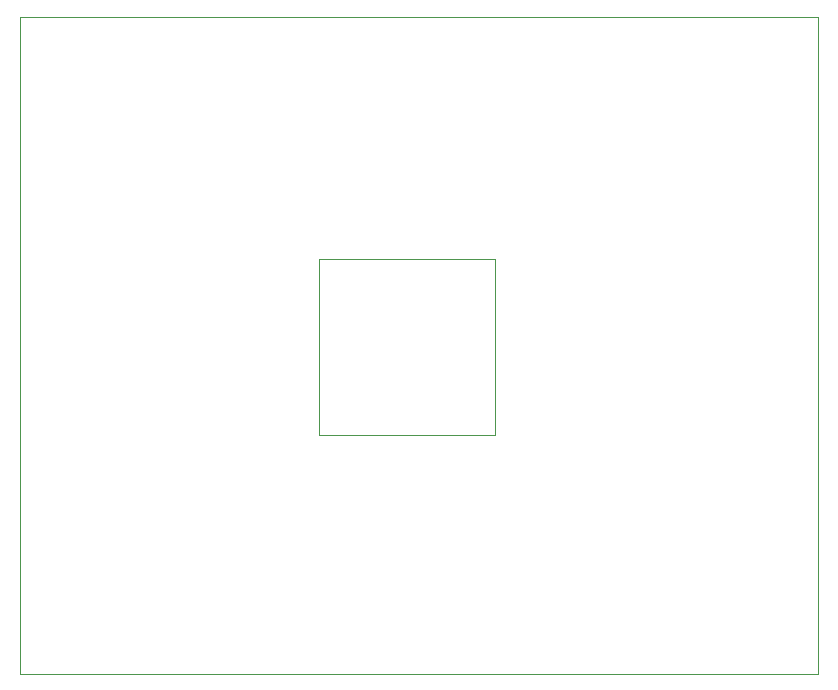
<source format=gbr>
G04 Generated by Ultiboard 14.2 *
%FSLAX34Y34*%
%MOMM*%

%ADD10C,0.0001*%
%ADD11C,0.0010*%
%ADD12C,0.1270*%


G04 ColorRGB 00FFFF for the following layer *
%LNBoard Outline*%
%LPD*%
G54D10*
G54D11*
X597740Y202360D02*
X448740Y202360D01*
X448740Y351360D01*
X597740Y351360D02*
X597740Y202360D01*
X448740Y351360D02*
X597740Y351360D01*
X195580Y0D02*
X871220Y0D01*
X871220Y556260D01*
X195580Y556260D01*
X195580Y0D01*

M02*

</source>
